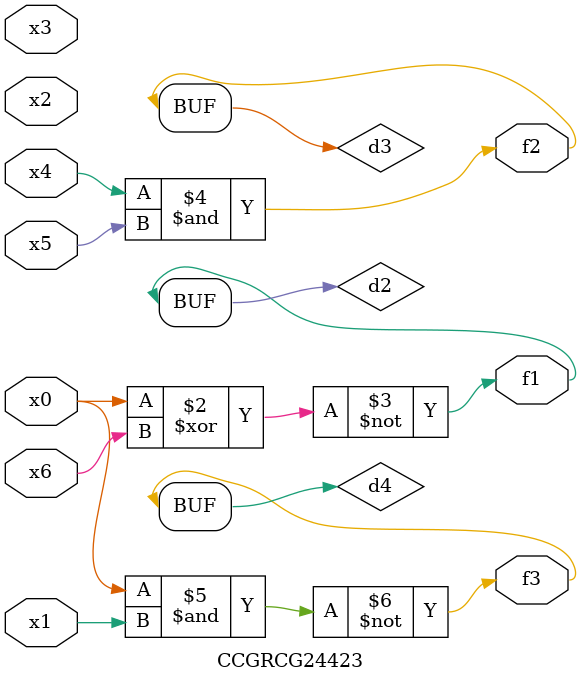
<source format=v>
module CCGRCG24423(
	input x0, x1, x2, x3, x4, x5, x6,
	output f1, f2, f3
);

	wire d1, d2, d3, d4;

	nor (d1, x0);
	xnor (d2, x0, x6);
	and (d3, x4, x5);
	nand (d4, x0, x1);
	assign f1 = d2;
	assign f2 = d3;
	assign f3 = d4;
endmodule

</source>
